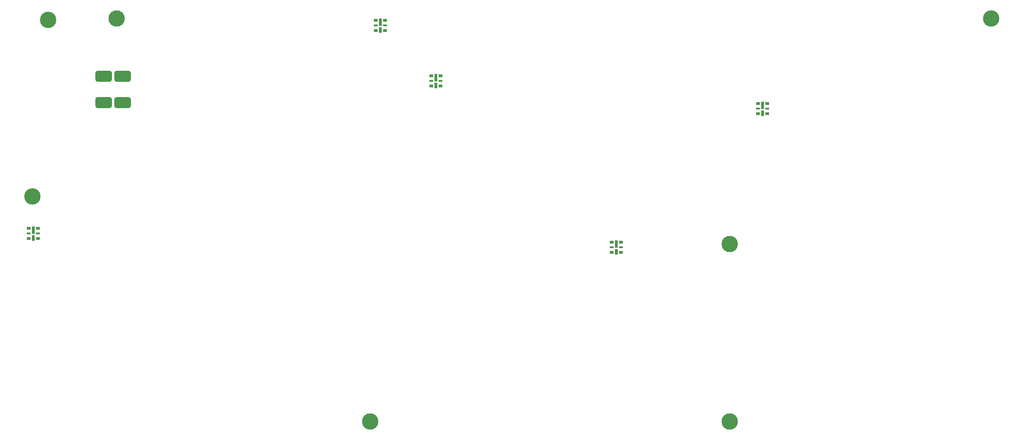
<source format=gtp>
%TF.GenerationSoftware,KiCad,Pcbnew,8.0.1*%
%TF.CreationDate,2024-04-20T15:08:51-05:00*%
%TF.ProjectId,badge,62616467-652e-46b6-9963-61645f706362,rev?*%
%TF.SameCoordinates,Original*%
%TF.FileFunction,Paste,Top*%
%TF.FilePolarity,Positive*%
%FSLAX46Y46*%
G04 Gerber Fmt 4.6, Leading zero omitted, Abs format (unit mm)*
G04 Created by KiCad (PCBNEW 8.0.1) date 2024-04-20 15:08:51*
%MOMM*%
%LPD*%
G01*
G04 APERTURE LIST*
G04 Aperture macros list*
%AMRoundRect*
0 Rectangle with rounded corners*
0 $1 Rounding radius*
0 $2 $3 $4 $5 $6 $7 $8 $9 X,Y pos of 4 corners*
0 Add a 4 corners polygon primitive as box body*
4,1,4,$2,$3,$4,$5,$6,$7,$8,$9,$2,$3,0*
0 Add four circle primitives for the rounded corners*
1,1,$1+$1,$2,$3*
1,1,$1+$1,$4,$5*
1,1,$1+$1,$6,$7*
1,1,$1+$1,$8,$9*
0 Add four rect primitives between the rounded corners*
20,1,$1+$1,$2,$3,$4,$5,0*
20,1,$1+$1,$4,$5,$6,$7,0*
20,1,$1+$1,$6,$7,$8,$9,0*
20,1,$1+$1,$8,$9,$2,$3,0*%
G04 Aperture macros list end*
%ADD10R,0.800000X0.500000*%
%ADD11R,0.500000X0.980000*%
%ADD12R,0.800000X0.300000*%
%ADD13R,0.500000X1.460000*%
%ADD14C,3.000000*%
%ADD15RoundRect,0.357142X1.142858X-0.642858X1.142858X0.642858X-1.142858X0.642858X-1.142858X-0.642858X0*%
%ADD16RoundRect,0.357142X-1.142858X0.642858X-1.142858X-0.642858X1.142858X-0.642858X1.142858X0.642858X0*%
G04 APERTURE END LIST*
D10*
%TO.C,D2*%
X117690000Y-64400000D03*
D11*
X116840000Y-64340000D03*
D12*
X117690000Y-63500000D03*
D10*
X117690000Y-62600000D03*
X115990000Y-62600000D03*
D12*
X115990000Y-63500000D03*
D13*
X116840000Y-62900000D03*
D10*
X115990000Y-64400000D03*
%TD*%
%TO.C,D1*%
X54190000Y-102500000D03*
D11*
X53340000Y-102440000D03*
D12*
X54190000Y-101600000D03*
D10*
X54190000Y-100700000D03*
X52490000Y-100700000D03*
D12*
X52490000Y-101600000D03*
D13*
X53340000Y-101000000D03*
D10*
X52490000Y-102500000D03*
%TD*%
D14*
%TO.C,lanyard1*%
X68580000Y-62230000D03*
%TD*%
D10*
%TO.C,D4*%
X160870000Y-105040000D03*
D11*
X160020000Y-104980000D03*
D12*
X160870000Y-104140000D03*
D10*
X160870000Y-103240000D03*
X159170000Y-103240000D03*
D12*
X159170000Y-104140000D03*
D13*
X160020000Y-103540000D03*
D10*
X159170000Y-105040000D03*
%TD*%
D14*
%TO.C,U2*%
X114960000Y-136020000D03*
X180760000Y-103520000D03*
X180760000Y-136020000D03*
%TD*%
D10*
%TO.C,D5*%
X187574305Y-79642363D03*
D11*
X186724305Y-79582363D03*
D12*
X187574305Y-78742363D03*
D10*
X187574305Y-77842363D03*
X185874305Y-77842363D03*
D12*
X185874305Y-78742363D03*
D13*
X186724305Y-78142363D03*
D10*
X185874305Y-79642363D03*
%TD*%
D15*
%TO.C,R9*%
X69679266Y-77600000D03*
X69679266Y-72800000D03*
%TD*%
D14*
%TO.C,lanyard2*%
X228600000Y-62230000D03*
%TD*%
D16*
%TO.C,R10*%
X66169266Y-72800000D03*
X66169266Y-77600000D03*
%TD*%
D10*
%TO.C,D3*%
X127850000Y-74560000D03*
D11*
X127000000Y-74500000D03*
D12*
X127850000Y-73660000D03*
D10*
X127850000Y-72760000D03*
X126150000Y-72760000D03*
D12*
X126150000Y-73660000D03*
D13*
X127000000Y-73060000D03*
D10*
X126150000Y-74560000D03*
%TD*%
D14*
%TO.C,U2*%
X56004294Y-62458587D03*
X53171733Y-94834914D03*
%TD*%
M02*

</source>
